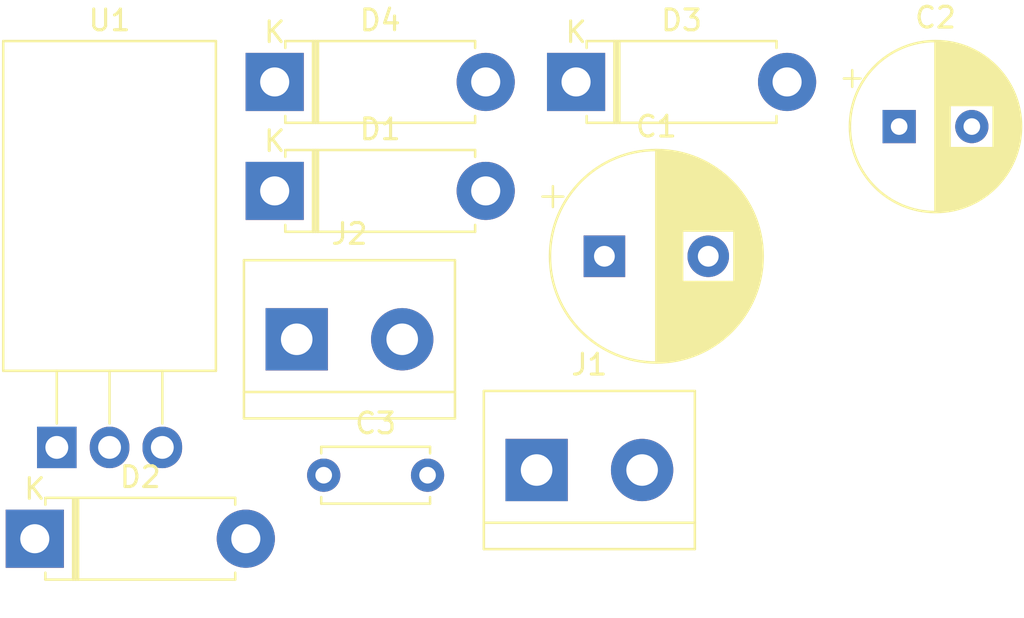
<source format=kicad_pcb>
(kicad_pcb (version 20211014) (generator pcbnew)
  (layers (0 "F.Cu" signal) (31 "B.Cu" signal) (34 "B.Paste" user) (35 "F.Paste" user) (36 "B.SilkS" user "B.Silkscreen") (37 "F.SilkS" user "F.Silkscreen") (38 "B.Mask" user) (39 "F.Mask" user) (44 "Edge.Cuts" user))
  (net 0 "")
  (net 1 "Net-(C1-Pad1)")
  (net 2 "Net-(C1-Pad2)")
  (net 3 "Net-(C2-Pad1)")
  (net 4 "Net-(D1-Pad2)")
  (net 5 "Net-(D3-Pad2)")
  (footprint "Capacitor_THT:CP_Radial_D10.0mm_P5.00mm" (layer "F.Cu") (at 144.78 78.74)
    (fp_text reference "C1" (at 2.5 -6.25) (layer "F.SilkS"))
    (fp_text value "C")
    (fp_line (start 6.421 -3.254) (end 6.421 3.254) (layer "F.SilkS") (width 0.12))
    (fp_line (start 5.221 1.241) (end 5.221 4.298) (layer "F.SilkS") (width 0.12))
    (fp_line (start 2.78 -5.073) (end 2.78 5.073) (layer "F.SilkS") (width 0.12))
    (fp_line (start 6.781 -2.77) (end 6.781 2.77) (layer "F.SilkS") (width 0.12))
    (fp_line (start 4.581 -4.639) (end 4.581 -1.241) (layer "F.SilkS") (width 0.12))
    (fp_line (start 3.221 -5.03) (end 3.221 5.03) (layer "F.SilkS") (width 0.12))
    (fp_line (start 2.54 -5.08) (end 2.54 5.08) (layer "F.SilkS") (width 0.12))
    (fp_line (start 5.261 1.241) (end 5.261 4.273) (layer "F.SilkS") (width 0.12))
    (fp_line (start 7.341 -1.63) (end 7.341 1.63) (layer "F.SilkS") (width 0.12))
    (fp_line (start 4.061 -4.837) (end 4.061 -1.241) (layer "F.SilkS") (width 0.12))
    (fp_line (start 5.861 -3.824) (end 5.861 -1.241) (layer "F.SilkS") (width 0.12))
    (fp_line (start 6.621 -3) (end 6.621 3) (layer "F.SilkS") (width 0.12))
    (fp_line (start 4.221 -4.783) (end 4.221 -1.241) (layer "F.SilkS") (width 0.12))
    (fp_line (start 7.061 -2.289) (end 7.061 2.289) (layer "F.SilkS") (width 0.12))
    (fp_line (start 6.061 1.241) (end 6.061 3.64) (layer "F.SilkS") (width 0.12))
    (fp_line (start 5.341 -4.221) (end 5.341 -1.241) (layer "F.SilkS") (width 0.12))
    (fp_line (start 3.461 -4.99) (end 3.461 4.99) (layer "F.SilkS") (width 0.12))
    (fp_line (start 6.701 -2.889) (end 6.701 2.889) (layer "F.SilkS") (width 0.12))
    (fp_line (start 2.62 -5.079) (end 2.62 5.079) (layer "F.SilkS") (width 0.12))
    (fp_line (start 6.501 -3.156) (end 6.501 3.156) (layer "F.SilkS") (width 0.12))
    (fp_line (start 2.86 -5.068) (end 2.86 5.068) (layer "F.SilkS") (width 0.12))
    (fp_line (start 4.421 -4.707) (end 4.421 -1.241) (layer "F.SilkS") (width 0.12))
    (fp_line (start 4.941 1.241) (end 4.941 4.462) (layer "F.SilkS") (width 0.12))
    (fp_line (start 4.541 -4.657) (end 4.541 -1.241) (layer "F.SilkS") (width 0.12))
    (fp_line (start 5.941 1.241) (end 5.941 3.753) (layer "F.SilkS") (width 0.12))
    (fp_line (start 4.301 1.241) (end 4.301 4.754) (layer "F.SilkS") (width 0.12))
    (fp_line (start 2.66 -5.078) (end 2.66 5.078) (layer "F.SilkS") (width 0.12))
    (fp_line (start 3.541 -4.974) (end 3.541 4.974) (layer "F.SilkS") (width 0.12))
    (fp_line (start 4.781 1.241) (end 4.781 4.545) (layer "F.SilkS") (width 0.12))
    (fp_line (start 4.341 1.241) (end 4.341 4.738) (layer "F.SilkS") (width 0.12))
    (fp_line (start 4.021 -4.85) (end 4.021 -1.241) (layer "F.SilkS") (width 0.12))
    (fp_line (start 2.98 -5.058) (end 2.98 5.058) (layer "F.SilkS") (width 0.12))
    (fp_line (start 6.021 1.241) (end 6.021 3.679) (layer "F.SilkS") (width 0.12))
    (fp_line (start 3.821 -4.907) (end 3.821 -1.241) (layer "F.SilkS") (width 0.12))
    (fp_line (start 6.581 -3.054) (end 6.581 3.054) (layer "F.SilkS") (width 0.12))
    (fp_line (start 4.701 1.241) (end 4.701 4.584) (layer "F.SilkS") (width 0.12))
    (fp_line (start 4.061 1.241) (end 4.061 4.837) (layer "F.SilkS") (width 0.12))
    (fp_line (start 6.661 -2.945) (end 6.661 2.945) (layer "F.SilkS") (width 0.12))
    (fp_line (start 4.661 1.241) (end 4.661 4.603) (layer "F.SilkS") (width 0.12))
    (fp_line (start 6.181 1.241) (end 6.181 3.52) (layer "F.SilkS") (width 0.12))
    (fp_line (start 4.501 1.241) (end 4.501 4.674) (layer "F.SilkS") (width 0.12))
    (fp_line (start 3.261 -5.024) (end 3.261 5.024) (layer "F.SilkS") (width 0.12))
    (fp_line (start 4.821 1.241) (end 4.821 4.525) (layer "F.SilkS") (width 0.12))
    (fp_line (start 4.741 -4.564) (end 4.741 -1.241) (layer "F.SilkS") (width 0.12))
    (fp_line (start 5.581 -4.05) (end 5.581 -1.241) (layer "F.SilkS") (width 0.12))
    (fp_line (start 3.941 1.241) (end 3.941 4.874) (layer "F.SilkS") (width 0.12))
    (fp_line (start 5.541 1.241) (end 5.541 4.08) (layer "F.SilkS") (width 0.12))
    (fp_line (start 5.101 -4.371) (end 5.101 -1.241) (layer "F.SilkS") (width 0.12))
    (fp_line (start 7.301 -1.742) (end 7.301 1.742) (layer "F.SilkS") (width 0.12))
    (fp_line (start 6.141 1.241) (end 6.141 3.561) (layer "F.SilkS") (width 0.12))
    (fp_line (start 3.02 -5.054) (end 3.02 5.054) (layer "F.SilkS") (width 0.12))
    (fp_line (start 6.981 -2.439) (end 6.981 2.439) (layer "F.SilkS") (width 0.12))
    (fp_line (start 4.861 -4.504) (end 4.861 -1.241) (layer "F.SilkS") (width 0.12))
    (fp_line (start 4.901 1.241) (end 4.901 4.483) (layer "F.SilkS") (width 0.12))
    (fp_line (start 6.541 -3.106) (end 6.541 3.106) (layer "F.SilkS") (width 0.12))
    (fp_line (start 5.661 1.241) (end 5.661 3.989) (layer "F.SilkS") (width 0.12))
    (fp_line (start 5.381 1.241) (end 5.381 4.194) (layer "F.SilkS") (width 0.12))
    (fp_line (start 4.541 1.241) (end 4.541 4.657) (layer "F.SilkS") (width 0.12))
    (fp_line (start 3.661 -4.947) (end 3.661 4.947) (layer "F.SilkS") (width 0.12))
    (fp_line (start 5.701 1.241) (end 5.701 3.957) (layer "F.SilkS") (width 0.12))
    (fp_line (start 2.9 -5.065) (end 2.9 5.065) (layer "F.SilkS") (width 0.12))
    (fp_line (start 5.621 -4.02) (end 5.621 -1.241) (layer "F.SilkS") (width 0.12))
    (fp_line (start 5.421 -4.166) (end 5.421 -1.241) (layer "F.SilkS") (width 0.12))
    (fp_line (start 3.381 -5.004) (end 3.381 5.004) (layer "F.SilkS") (width 0.12))
    (fp_line (start 4.501 -4.674) (end 4.501 -1.241) (layer "F.SilkS") (width 0.12))
    (fp_line (start 4.621 -4.621) (end 4.621 -1.241) (layer "F.SilkS") (width 0.12))
    (fp_line (start 5.501 1.241) (end 5.501 4.11) (layer "F.SilkS") (width 0.12))
    (fp_line (start 5.581 1.241) (end 5.581 4.05) (layer "F.SilkS") (width 0.12))
    (fp_line (start 6.101 -3.601) (end 6.101 -1.241) (layer "F.SilkS") (width 0.12))
    (fp_line (start 4.141 -4.811) (end 4.141 -1.241) (layer "F.SilkS") (width 0.12))
    (fp_line (start 6.061 -3.64) (end 6.061 -1.241) (layer "F.SilkS") (width 0.12))
    (fp_line (start 4.941 -4.462) (end 4.941 -1.241) (layer "F.SilkS") (width 0.12))
    (fp_line (start 3.741 -4.928) (end 3.741 4.928) (layer "F.SilkS") (width 0.12))
    (fp_line (start 5.341 1.241) (end 5.341 4.221) (layer "F.SilkS") (width 0.12))
    (fp_line (start 3.341 -5.011) (end 3.341 5.011) (layer "F.SilkS") (width 0.12))
    (fp_line (start 5.381 -4.194) (end 5.381 -1.241) (layer "F.SilkS") (width 0.12))
    (fp_line (start 5.941 -3.753) (end 5.941 -1.241) (layer "F.SilkS") (width 0.12))
    (fp_line (start 6.901 -2.579) (end 6.901 2.579) (layer "F.SilkS") (width 0.12))
    (fp_line (start 3.981 1.241) (end 3.981 4.862) (layer "F.SilkS") (width 0.12))
    (fp_line (start 3.18 -5.035) (end 3.18 5.035) (layer "F.SilkS") (width 0.12))
    (fp_line (start 6.101 1.241) (end 6.101 3.601) (layer "F.SilkS") (width 0.12))
    (fp_line (start 5.061 1.241) (end 5.061 4.395) (layer "F.SilkS") (width 0.12))
    (fp_line (start 5.181 -4.323) (end 5.181 -1.241) (layer "F.SilkS") (width 0.12))
    (fp_line (start 5.421 1.241) (end 5.421 4.166) (layer "F.SilkS") (width 0.12))
    (fp_line (start 7.261 -1.846) (end 7.261 1.846) (layer "F.SilkS") (width 0.12))
    (fp_line (start 5.981 -3.716) (end 5.981 -1.241) (layer "F.SilkS") (width 0.12))
    (fp_line (start 5.621 1.241) (end 5.621 4.02) (layer "F.SilkS") (width 0.12))
    (fp_line (start 5.901 -3.789) (end 5.901 -1.241) (layer "F.SilkS") (width 0.12))
    (fp_line (start 4.341 -4.738) (end 4.341 -1.241) (layer "F.SilkS") (width 0.12))
    (fp_line (start 3.861 -4.897) (end 3.861 -1.241) (layer "F.SilkS") (width 0.12))
    (fp_line (start 4.221 1.241) (end 4.221 4.783) (layer "F.SilkS") (width 0.12))
    (fp_line (start 3.901 1.241) (end 3.901 4.885) (layer "F.SilkS") (width 0.12))
    (fp_line (start 4.781 -4.545) (end 4.781 -1.241) (layer "F.SilkS") (width 0.12))
    (fp_line (start 5.461 1.241) (end 5.461 4.138) (layer "F.SilkS") (width 0.12))
    (fp_line (start 2.94 -5.062) (end 2.94 5.062) (layer "F.SilkS") (width 0.12))
    (fp_line (start 3.06 -5.05) (end 3.06 5.05) (layer "F.SilkS") (width 0.12))
    (fp_line (start 4.101 1.241) (end 4.101 4.824) (layer "F.SilkS") (width 0.12))
    (fp_line (start 4.141 1.241) (end 4.141 4.811) (layer "F.SilkS") (width 0.12))
    (fp_line (start 4.461 -4.69) (end 4.461 -1.241) (layer "F.SilkS") (width 0.12))
    (fp_line (start 7.541 -0.862) (end 7.541 0.862) (layer "F.SilkS") (width 0.12))
    (fp_line (start 5.141 -4.347) (end 5.141 -1.241) (layer "F.SilkS") (width 0.12))
    (fp_line (start 3.621 -4.956) (end 3.621 4.956) (layer "F.SilkS") (width 0.12))
    (fp_line (start 5.821 -3.858) (end 5.821 -1.241) (layer "F.SilkS") (width 0.12))
    (fp_line (start 5.101 1.241) (end 5.101 4.371) (layer "F.SilkS") (width 0.12))
    (fp_line (start 5.661 -3.989) (end 5.661 -1.241) (layer "F.SilkS") (width 0.12))
    (fp_line (start 5.741 1.241) (end 5.741 3.925) (layer "F.SilkS") (width 0.12))
    (fp_line (start 3.1 -5.045) (end 3.1 5.045) (layer "F.SilkS") (width 0.12))
    (fp_line (start 6.741 -2.83) (end 6.741 2.83) (layer "F.SilkS") (width 0.12))
    (fp_line (start 6.861 -2.645) (end 6.861 2.645) (layer "F.SilkS") (width 0.12))
    (fp_line (start 4.261 1.241) (end 4.261 4.768) (layer "F.SilkS") (width 0.12))
    (fp_line (start 7.101 -2.209) (end 7.101 2.209) (layer "F.SilkS") (width 0.12))
    (fp_line (start 3.421 -4.997) (end 3.421 4.997) (layer "F.SilkS") (width 0.12))
    (fp_line (start 4.901 -4.483) (end 4.901 -1.241) (layer "F.SilkS") (width 0.12))
    (fp_line (start 3.781 1.241) (end 3.781 4.918) (layer "F.SilkS") (width 0.12))
    (fp_line (start 4.981 -4.44) (end 4.981 -1.241) (layer "F.SilkS") (width 0.12))
    (fp_line (start 5.821 1.241) (end 5.821 3.858) (layer "F.SilkS") (width 0.12))
    (fp_line (start 3.14 -5.04) (end 3.14 5.04) (layer "F.SilkS") (width 0.12))
    (fp_line (start 7.501 -1.062) (end 7.501 1.062) (layer "F.SilkS") (width 0.12))
    (fp_line (start 4.021 1.241) (end 4.021 4.85) (layer "F.SilkS") (width 0.12))
    (fp_line (start 4.461 1.241) (end 4.461 4.69) (layer "F.SilkS") (width 0.12))
    (fp_line (start 7.461 -1.23) (end 7.461 1.23) (layer "F.SilkS") (width 0.12))
    (fp_line (start 4.741 1.241) (end 4.741 4.564) (layer "F.SilkS") (width 0.12))
    (fp_line (start 6.461 -3.206) (end 6.461 3.206) (layer "F.SilkS") (width 0.12))
    (fp_line (start 4.381 1.241) (end 4.381 4.723) (layer "F.SilkS") (width 0.12))
    (fp_line (start 4.181 1.241) (end 4.181 4.797) (layer "F.SilkS") (width 0.12))
    (fp_line (start 3.941 -4.874) (end 3.941 -1.241) (layer "F.SilkS") (width 0.12))
    (fp_line (start 2.58 -5.08) (end 2.58 5.08) (layer "F.SilkS") (width 0.12))
    (fp_line (start 5.501 -4.11) (end 5.501 -1.241) (layer "F.SilkS") (width 0.12))
    (fp_line (start -2.979646 -2.875) (end -1.979646 -2.875) (layer "F.SilkS") (width 0.12))
    (fp_line (start 7.381 -1.51) (end 7.381 1.51) (layer "F.SilkS") (width 0.12))
    (fp_line (start 3.701 -4.938) (end 3.701 4.938) (layer "F.SilkS") (width 0.12))
    (fp_line (start 4.101 -4.824) (end 4.101 -1.241) (layer "F.SilkS") (width 0.12))
    (fp_line (start 7.181 -2.037) (end 7.181 2.037) (layer "F.SilkS") (width 0.12))
    (fp_line (start 5.221 -4.298) (end 5.221 -1.241) (layer "F.SilkS") (width 0.12))
    (fp_line (start 5.061 -4.395) (end 5.061 -1.241) (layer "F.SilkS") (width 0.12))
    (fp_line (start 5.541 -4.08) (end 5.541 -1.241) (layer "F.SilkS") (width 0.12))
    (fp_line (start 7.021 -2.365) (end 7.021 2.365) (layer "F.SilkS") (width 0.12))
    (fp_line (start 5.141 1.241) (end 5.141 4.347) (layer "F.SilkS") (width 0.12))
    (fp_line (start 5.741 -3.925) (end 5.741 -1.241) (layer "F.SilkS") (width 0.12))
    (fp_line (start 3.981 -4.862) (end 3.981 -1.241) (layer "F.SilkS") (width 0.12))
    (fp_line (start 3.901 -4.885) (end 3.901 -1.241) (layer "F.SilkS") (width 0.12))
    (fp_line (start 6.381 -3.301) (end 6.381 3.301) (layer "F.SilkS") (width 0.12))
    (fp_line (start 4.181 -4.797) (end 4.181 -1.241) (layer "F.SilkS") (width 0.12))
    (fp_line (start 4.381 -4.723) (end 4.381 -1.241) (layer "F.SilkS") (width 0.12))
    (fp_line (start 5.781 -3.892) (end 5.781 -1.241) (layer "F.SilkS") (width 0.12))
    (fp_line (start 3.821 1.241) (end 3.821 4.907) (layer "F.SilkS") (width 0.12))
    (fp_line (start 6.141 -3.561) (end 6.141 -1.241) (layer "F.SilkS") (width 0.12))
    (fp_line (start 3.501 -4.982) (end 3.501 4.982) (layer "F.SilkS") (width 0.12))
    (fp_line (start 6.221 -3.478) (end 6.221 -1.241) (layer "F.SilkS") (width 0.12))
    (fp_line (start 6.221 1.241) (end 6.221 3.478) (layer "F.SilkS") (width 0.12))
    (fp_line (start 6.301 -3.392) (end 6.301 3.392) (layer "F.SilkS") (width 0.12))
    (fp_line (start 6.341 -3.347) (end 6.341 3.347) (layer "F.SilkS") (width 0.12))
    (fp_line (start 4.581 1.241) (end 4.581 4.639) (layer "F.SilkS") (width 0.12))
    (fp_line (start 5.981 1.241) (end 5.981 3.716) (layer "F.SilkS") (width 0.12))
    (fp_line (start 6.821 -2.709) (end 6.821 2.709) (layer "F.SilkS") (width 0.12))
    (fp_line (start 5.301 -4.247) (end 5.301 -1.241) (layer "F.SilkS") (width 0.12))
    (fp_line (start 6.261 -3.436) (end 6.261 3.436) (layer "F.SilkS") (width 0.12))
    (fp_line (start 5.861 1.241) (end 5.861 3.824) (layer "F.SilkS") (width 0.12))
    (fp_line (start 4.261 -4.768) (end 4.261 -1.241) (layer "F.SilkS") (width 0.12))
    (fp_line (start 4.421 1.241) (end 4.421 4.707) (layer "F.SilkS") (width 0.12))
    (fp_line (start 4.821 -4.525) (end 4.821 -1.241) (layer "F.SilkS") (width 0.12))
    (fp_line (start -2.479646 -3.375) (end -2.479646 -2.375) (layer "F.SilkS") (width 0.12))
    (fp_line (start 5.701 -3.957) (end 5.701 -1.241) (layer "F.SilkS") (width 0.12))
    (fp_line (start 2.82 -5.07) (end 2.82 5.07) (layer "F.SilkS") (width 0.12))
    (fp_line (start 7.221 -1.944) (end 7.221 1.944) (layer "F.SilkS") (width 0.12))
    (fp_line (start 7.141 -2.125) (end 7.141 2.125) (layer "F.SilkS") (width 0.12))
    (fp_line (start 5.461 -4.138) (end 5.461 -1.241) (layer "F.SilkS") (width 0.12))
    (fp_line (start 4.661 -4.603) (end 4.661 -1.241) (layer "F.SilkS") (width 0.12))
    (fp_line (start 5.901 1.241) (end 5.901 3.789) (layer "F.SilkS") (width 0.12))
    (fp_line (start 6.021 -3.679) (end 6.021 -1.241) (layer "F.SilkS") (width 0.12))
    (fp_line (start 3.581 -4.965) (end 3.581 4.965) (layer "F.SilkS") (width 0.12))
    (fp_line (start 3.861 1.241) (end 3.861 4.897) (layer "F.SilkS") (width 0.12))
    (fp_line (start 3.301 -5.018) (end 3.301 5.018) (layer "F.SilkS") (width 0.12))
    (fp_line (start 5.181 1.241) (end 5.181 4.323) (layer "F.SilkS") (width 0.12))
    (fp_line (start 4.981 1.241) (end 4.981 4.44) (layer "F.SilkS") (width 0.12))
    (fp_line (start 7.581 -0.599) (end 7.581 0.599) (layer "F.SilkS") (width 0.12))
    (fp_line (start 2.74 -5.075) (end 2.74 5.075) (layer "F.SilkS") (width 0.12))
    (fp_line (start 5.021 1.241) (end 5.021 4.417) (layer "F.SilkS") (width 0.12))
    (fp_line (start 2.5 -5.08) (end 2.5 5.08) (layer "F.SilkS") (width 0.12))
    (fp_line (start 3.781 -4.918) (end 3.781 -1.241) (layer "F.SilkS") (width 0.12))
    (fp_line (start 4.301 -4.754) (end 4.301 -1.241) (layer "F.SilkS") (width 0.12))
    (fp_line (start 4.861 1.241) (end 4.861 4.504) (layer "F.SilkS") (width 0.12))
    (fp_line (start 6.941 -2.51) (end 6.941 2.51) (layer "F.SilkS") (width 0.12))
    (fp_line (start 6.181 -3.52) (end 6.181 -1.241) (layer "F.SilkS") (width 0.12))
    (fp_line (start 5.301 1.241) (end 5.301 4.247) (layer "F.SilkS") (width 0.12))
    (fp_line (start 5.261 -4.273) (end 5.261 -1.241) (layer "F.SilkS") (width 0.12))
    (fp_line (start 5.021 -4.417) (end 5.021 -1.241) (layer "F.SilkS") (width 0.12))
    (fp_line (start 5.781 1.241) (end 5.781 3.892) (layer "F.SilkS") (width 0.12))
    (fp_line (start 7.421 -1.378) (end 7.421 1.378) (layer "F.SilkS") (width 0.12))
    (fp_line (start 4.621 1.241) (end 4.621 4.621) (layer "F.SilkS") (width 0.12))
    (fp_line (start 2.7 -5.077) (end 2.7 5.077) (layer "F.SilkS") (width 0.12))
    (fp_line (start 4.701 -4.584) (end 4.701 -1.241) (layer "F.SilkS") (width 0.12))
    (fp_circle (center 2.5 0) (end 7.62 0) (layer "F.SilkS") (width 0.12) (fill none))
    (pad "1" thru_hole rect (at 0 0) (size 2 2) (drill 1) (layers *.Cu *.Mask) (net 1 "Net-(C1-Pad1)"))
    (pad "2" thru_hole circle (at 5 0) (size 2 2) (drill 1) (layers *.Cu *.Mask) (net 2 "Net-(C1-Pad2)"))
  )
  (footprint "Diode_THT:D_5W_P10.16mm_Horizontal" (layer "F.Cu") (at 128.905354 70.34)
    (fp_text reference "D4" (at 5.08 -2.97) (layer "F.SilkS"))
    (fp_text value "D")
    (fp_text user "K" (at 0 -2.4) (layer "F.SilkS"))
    (fp_line (start 0.51 -1.64) (end 0.51 -1.97) (layer "F.SilkS") (width 0.12))
    (fp_line (start 0.51 1.64) (end 0.51 1.97) (layer "F.SilkS") (width 0.12))
    (fp_line (start 2.085 -1.97) (end 2.085 1.97) (layer "F.SilkS") (width 0.12))
    (fp_line (start 1.965 -1.97) (end 1.965 1.97) (layer "F.SilkS") (width 0.12))
    (fp_line (start 9.65 1.97) (end 9.65 1.64) (layer "F.SilkS") (width 0.12))
    (fp_line (start 0.51 -1.97) (end 9.65 -1.97) (layer "F.SilkS") (width 0.12))
    (fp_line (start 1.845 -1.97) (end 1.845 1.97) (layer "F.SilkS") (width 0.12))
    (fp_line (start 0.51 1.97) (end 9.65 1.97) (layer "F.SilkS") (width 0.12))
    (fp_line (start 9.65 -1.97) (end 9.65 -1.64) (layer "F.SilkS") (width 0.12))
    (pad "1" thru_hole rect (at 0 0) (size 2.8 2.8) (drill 1.4) (layers *.Cu *.Mask) (net 5 "Net-(D3-Pad2)"))
    (pad "2" thru_hole oval (at 10.16 0) (size 2.8 2.8) (drill 1.4) (layers *.Cu *.Mask) (net 2 "Net-(C1-Pad2)"))
  )
  (footprint "Capacitor_THT:C_Disc_D5.0mm_W2.5mm_P5.00mm" (layer "F.Cu") (at 131.265354 89.29)
    (fp_text reference "C3" (at 2.5 -2.5) (layer "F.SilkS"))
    (fp_text value "C")
    (fp_line (start -0.12 -1.37) (end -0.12 -1.055) (layer "F.SilkS") (width 0.12))
    (fp_line (start -0.12 1.37) (end 5.12 1.37) (layer "F.SilkS") (width 0.12))
    (fp_line (start -0.12 -1.37) (end 5.12 -1.37) (layer "F.SilkS") (width 0.12))
    (fp_line (start 5.12 1.055) (end 5.12 1.37) (layer "F.SilkS") (width 0.12))
    (fp_line (start -0.12 1.055) (end -0.12 1.37) (layer "F.SilkS") (width 0.12))
    (fp_line (start 5.12 -1.37) (end 5.12 -1.055) (layer "F.SilkS") (width 0.12))
    (pad "1" thru_hole circle (at 0 0) (size 1.6 1.6) (drill 0.8) (layers *.Cu *.Mask) (net 3 "Net-(C2-Pad1)"))
    (pad "2" thru_hole circle (at 5 0) (size 1.6 1.6) (drill 0.8) (layers *.Cu *.Mask) (net 2 "Net-(C1-Pad2)"))
  )
  (footprint "TerminalBlock:TerminalBlock_bornier-2_P5.08mm" (layer "F.Cu") (at 141.515354 89.04)
    (fp_text reference "J1" (at 2.54 -5.08) (layer "F.SilkS"))
    (fp_text value "Conn_01x02_Male")
    (fp_line (start -2.54 3.81) (end 7.62 3.81) (layer "F.SilkS") (width 0.12))
    (fp_line (start 7.62 3.81) (end 7.62 -3.81) (layer "F.SilkS") (width 0.12))
    (fp_line (start 7.62 2.54) (end -2.54 2.54) (layer "F.SilkS") (width 0.12))
    (fp_line (start -2.54 -3.81) (end -2.54 3.81) (layer "F.SilkS") (width 0.12))
    (fp_line (start 7.62 -3.81) (end -2.54 -3.81) (layer "F.SilkS") (width 0.12))
    (pad "1" thru_hole rect (at 0 0) (size 3 3) (drill 1.52) (layers *.Cu *.Mask) (net 4 "Net-(D1-Pad2)"))
    (pad "2" thru_hole circle (at 5.08 0) (size 3 3) (drill 1.52) (layers *.Cu *.Mask) (net 5 "Net-(D3-Pad2)"))
  )
  (footprint "Diode_THT:D_5W_P10.16mm_Horizontal" (layer "F.Cu") (at 128.905354 75.59)
    (fp_text reference "D1" (at 5.08 -2.97) (layer "F.SilkS"))
    (fp_text value "D")
    (fp_text user "K" (at 0 -2.4) (layer "F.SilkS"))
    (fp_line (start 0.51 -1.97) (end 9.65 -1.97) (layer "F.SilkS") (width 0.12))
    (fp_line (start 1.965 -1.97) (end 1.965 1.97) (layer "F.SilkS") (width 0.12))
    (fp_line (start 1.845 -1.97) (end 1.845 1.97) (layer "F.SilkS") (width 0.12))
    (fp_line (start 0.51 -1.64) (end 0.51 -1.97) (layer "F.SilkS") (width 0.12))
    (fp_line (start 9.65 -1.97) (end 9.65 -1.64) (layer "F.SilkS") (width 0.12))
    (fp_line (start 0.51 1.64) (end 0.51 1.97) (layer "F.SilkS") (width 0.12))
    (fp_line (start 2.085 -1.97) (end 2.085 1.97) (layer "F.SilkS") (width 0.12))
    (fp_line (start 9.65 1.97) (end 9.65 1.64) (layer "F.SilkS") (width 0.12))
    (fp_line (start 0.51 1.97) (end 9.65 1.97) (layer "F.SilkS") (width 0.12))
    (pad "1" thru_hole rect (at 0 0) (size 2.8 2.8) (drill 1.4) (layers *.Cu *.Mask) (net 1 "Net-(C1-Pad1)"))
    (pad "2" thru_hole oval (at 10.16 0) (size 2.8 2.8) (drill 1.4) (layers *.Cu *.Mask) (net 4 "Net-(D1-Pad2)"))
  )
  (footprint "Capacitor_THT:CP_Radial_D8.0mm_P3.50mm" (layer "F.Cu") (at 158.970052 72.49)
    (fp_text reference "C2" (at 1.75 -5.25) (layer "F.SilkS"))
    (fp_text value "C")
    (fp_line (start 4.191 1.04) (end 4.191 3.28) (layer "F.SilkS") (width 0.12))
    (fp_line (start 3.231 1.04) (end 3.231 3.805) (layer "F.SilkS") (width 0.12))
    (fp_line (start 3.111 1.04) (end 3.111 3.85) (layer "F.SilkS") (width 0.12))
    (fp_line (start 3.791 1.04) (end 3.791 3.54) (layer "F.SilkS") (width 0.12))
    (fp_line (start 2.471 -4.017) (end 2.471 -1.04) (layer "F.SilkS") (width 0.12))
    (fp_line (start 4.471 -3.055) (end 4.471 -1.04) (layer "F.SilkS") (width 0.12))
    (fp_line (start 3.871 1.04) (end 3.871 3.493) (layer "F.SilkS") (width 0.12))
    (fp_line (start 4.991 -2.505) (end 4.991 2.505) (layer "F.SilkS") (width 0.12))
    (fp_line (start 2.551 1.04) (end 2.551 4.002) (layer "F.SilkS") (width 0.12))
    (fp_line (start 4.151 1.04) (end 4.151 3.309) (layer "F.SilkS") (width 0.12))
    (fp_line (start 1.87 -4.079) (end 1.87 4.079) (layer "F.SilkS") (width 0.12))
    (fp_line (start 4.271 1.04) (end 4.271 3.22) (layer "F.SilkS") (width 0.12))
    (fp_line (start 3.711 1.04) (end 3.711 3.584) (layer "F.SilkS") (width 0.12))
    (fp_line (start 3.151 1.04) (end 3.151 3.835) (layer "F.SilkS") (width 0.12))
    (fp_line (start 3.631 -3.627) (end 3.631 -1.04) (layer "F.SilkS") (width 0.12))
    (fp_line (start 4.911 -2.604) (end 4.911 2.604) (layer "F.SilkS") (width 0.12))
    (fp_line (start 4.151 -3.309) (end 4.151 -1.04) (layer "F.SilkS") (width 0.12))
    (fp_line (start 4.271 -3.22) (end 4.271 -1.04) (layer "F.SilkS") (width 0.12))
    (fp_line (start 2.591 1.04) (end 2.591 3.994) (layer "F.SilkS") (width 0.12))
    (fp_line (start 5.551 -1.552) (end 5.551 1.552) (layer "F.SilkS") (width 0.12))
    (fp_line (start 5.791 -0.768) (end 5.791 0.768) (layer "F.SilkS") (width 0.12))
    (fp_line (start 4.111 1.04) (end 4.111 3.338) (layer "F.SilkS") (width 0.12))
    (fp_line (start 1.83 -4.08) (end 1.83 4.08) (layer "F.SilkS") (width 0.12))
    (fp_line (start 2.19 -4.057) (end 2.19 4.057) (layer "F.SilkS") (width 0.12))
    (fp_line (start 5.191 -2.228) (end 5.191 2.228) (layer "F.SilkS") (width 0.12))
    (fp_line (start 4.551 -2.983) (end 4.551 2.983) (layer "F.SilkS") (width 0.12))
    (fp_line (start 4.871 -2.651) (end 4.871 2.651) (layer "F.SilkS") (width 0.12))
    (fp_line (start 2.15 -4.061) (end 2.15 4.061) (layer "F.SilkS") (width 0.12))
    (fp_line (start 2.43 -4.024) (end 2.43 4.024) (layer "F.SilkS") (width 0.12))
    (fp_line (start 2.07 -4.068) (end 2.07 4.068) (layer "F.SilkS") (width 0.12))
    (fp_line (start 4.751 -2.784) (end 4.751 2.784) (layer "F.SilkS") (width 0.12))
    (fp_line (start 2.591 -3.994) (end 2.591 -1.04) (layer "F.SilkS") (width 0.12))
    (fp_line (start 4.591 -2.945) (end 4.591 2.945) (layer "F.SilkS") (width 0.12))
    (fp_line (start 5.351 -1.964) (end 5.351 1.964) (layer "F.SilkS") (width 0.12))
    (fp_line (start 2.911 1.04) (end 2.911 3.914) (layer "F.SilkS") (width 0.12))
    (fp_line (start 4.311 1.04) (end 4.311 3.189) (layer "F.SilkS") (width 0.12))
    (fp_line (start 3.751 1.04) (end 3.751 3.562) (layer "F.SilkS") (width 0.12))
    (fp_line (start 3.271 1.04) (end 3.271 3.79) (layer "F.SilkS") (width 0.12))
    (fp_line (start 4.351 -3.156) (end 4.351 -1.04) (layer "F.SilkS") (width 0.12))
    (fp_line (start 3.631 1.04) (end 3.631 3.627) (layer "F.SilkS") (width 0.12))
    (fp_line (start 4.031 1.04) (end 4.031 3.392) (layer "F.SilkS") (width 0.12))
    (fp_line (start 3.231 -3.805) (end 3.231 -1.04) (layer "F.SilkS") (width 0.12))
    (fp_line (start 5.671 -1.229) (end 5.671 1.229) (layer "F.SilkS") (width 0.12))
    (fp_line (start 4.351 1.04) (end 4.351 3.156) (layer "F.SilkS") (width 0.12))
    (fp_line (start 5.071 -2.4) (end 5.071 2.4) (layer "F.SilkS") (width 0.12))
    (fp_line (start 3.671 -3.606) (end 3.671 -1.04) (layer "F.SilkS") (width 0.12))
    (fp_line (start 3.911 -3.469) (end 3.911 -1.04) (layer "F.SilkS") (width 0.12))
    (fp_line (start 1.99 -4.074) (end 1.99 4.074) (layer "F.SilkS") (width 0.12))
    (fp_line (start 4.231 -3.25) (end 4.231 -1.04) (layer "F.SilkS") (width 0.12))
    (fp_line (start 4.071 -3.365) (end 4.071 -1.04) (layer "F.SilkS") (width 0.12))
    (fp_line (start 5.311 -2.034) (end 5.311 2.034) (layer "F.SilkS") (width 0.12))
    (fp_line (start 2.791 1.04) (end 2.791 3.947) (layer "F.SilkS") (width 0.12))
    (fp_line (start 3.391 1.04) (end 3.391 3.74) (layer "F.SilkS") (width 0.12))
    (fp_line (start 2.711 -3.967) (end 2.711 -1.04) (layer "F.SilkS") (width 0.12))
    (fp_line (start 4.511 1.04) (end 4.511 3.019) (layer "F.SilkS") (width 0.12))
    (fp_line (start 2.791 -3.947) (end 2.791 -1.04) (layer "F.SilkS") (width 0.12))
    (fp_line (start 4.391 -3.124) (end 4.391 -1.04) (layer "F.SilkS") (width 0.12))
    (fp_line (start 2.39 -4.03) (end 2.39 4.03) (layer "F.SilkS") (width 0.12))
    (fp_line (start 3.991 1.04) (end 3.991 3.418) (layer "F.SilkS") (width 0.12))
    (fp_line (start 3.911 1.04) (end 3.911 3.469) (layer "F.SilkS") (width 0.12))
    (fp_line (start 3.511 1.04) (end 3.511 3.686) (layer "F.SilkS") (width 0.12))
    (fp_line (start 2.991 -3.889) (end 2.991 -1.04) (layer "F.SilkS") (width 0.12))
    (fp_line (start 2.31 -4.042) (end 2.31 4.042) (layer "F.SilkS") (width 0.12))
    (fp_line (start 3.591 -3.647) (end 3.591 -1.04) (layer "F.SilkS") (width 0.12))
    (fp_line (start -2.259698 -2.715) (end -2.259698 -1.915) (layer "F.SilkS") (width 0.12))
    (fp_line (start 3.351 -3.757) (end 3.351 -1.04) (layer "F.SilkS") (width 0.12))
    (fp_line (start 2.551 -4.002) (end 2.551 -1.04) (layer "F.SilkS") (width 0.12))
    (fp_line (start 3.551 -3.666) (end 3.551 -1.04) (layer "F.SilkS") (width 0.12))
    (fp_line (start 4.111 -3.338) (end 4.111 -1.04) (layer "F.SilkS") (width 0.12))
    (fp_line (start 3.031 -3.877) (end 3.031 -1.04) (layer "F.SilkS") (width 0.12))
    (fp_line (start 4.311 -3.189) (end 4.311 -1.04) (layer "F.SilkS") (width 0.12))
    (fp_line (start 3.031 1.04) (end 3.031 3.877) (layer "F.SilkS") (width 0.12))
    (fp_line (start 2.23 -4.052) (end 2.23 4.052) (layer "F.SilkS") (width 0.12))
    (fp_line (start 5.231 -2.166) (end 5.231 2.166) (layer "F.SilkS") (width 0.12))
    (fp_line (start 4.191 -3.28) (end 4.191 -1.04) (layer "F.SilkS") (width 0.12))
    (fp_line (start 4.471 1.04) (end 4.471 3.055) (layer "F.SilkS") (width 0.12))
    (fp_line (start 3.311 1.04) (end 3.311 3.774) (layer "F.SilkS") (width 0.12))
    (fp_line (start 4.431 -3.09) (end 4.431 -1.04) (layer "F.SilkS") (width 0.12))
    (fp_line (start 5.631 -1.346) (end 5.631 1.346) (layer "F.SilkS") (width 0.12))
    (fp_line (start 1.91 -4.077) (end 1.91 4.077) (layer "F.SilkS") (width 0.12))
    (fp_line (start 5.511 -1.645) (end 5.511 1.645) (layer "F.SilkS") (width 0.12))
    (fp_line (start 2.751 1.04) (end 2.751 3.957) (layer "F.SilkS") (width 0.12))
    (fp_line (start 5.751 -0.948) (end 5.751 0.948) (layer "F.SilkS") (width 0.12))
    (fp_line (start 3.311 -3.774) (end 3.311 -1.04) (layer "F.SilkS") (width 0.12))
    (fp_line (start 4.391 1.04) (end 4.391 3.124) (layer "F.SilkS") (width 0.12))
    (fp_line (start 5.031 -2.454) (end 5.031 2.454) (layer "F.SilkS") (width 0.12))
    (fp_line (start 2.711 1.04) (end 2.711 3.967) (layer "F.SilkS") (width 0.12))
    (fp_line (start 3.151 -3.835) (end 3.151 -1.04) (layer "F.SilkS") (width 0.12))
    (fp_line (start 2.671 -3.976) (end 2.671 -1.04) (layer "F.SilkS") (width 0.12))
    (fp_line (start 2.751 -3.957) (end 2.751 -1.04) (layer "F.SilkS") (width 0.12))
    (fp_line (start 3.511 -3.686) (end 3.511 -1.04) (layer "F.SilkS") (width 0.12))
    (fp_line (start 4.671 -2.867) (end 4.671 2.867) (layer "F.SilkS") (width 0.12))
    (fp_line (start 3.671 1.04) (end 3.671 3.606) (layer "F.SilkS") (width 0.12))
    (fp_line (start -2.659698 -2.315) (end -1.859698 -2.315) (layer "F.SilkS") (width 0.12))
    (fp_line (start 1.79 -4.08) (end 1.79 4.08) (layer "F.SilkS") (width 0.12))
    (fp_line (start 3.831 1.04) (end 3.831 3.517) (layer "F.SilkS") (width 0.12))
    (fp_line (start 3.551 1.04) (end 3.551 3.666) (layer "F.SilkS") (width 0.12))
    (fp_line (start 4.071 1.04) (end 4.071 3.365) (layer "F.SilkS") (width 0.12))
    (fp_line (start 3.191 -3.821) (end 3.191 -1.04) (layer "F.SilkS") (width 0.12))
    (fp_line (start 2.871 -3.925) (end 2.871 -1.04) (layer "F.SilkS") (width 0.12))
    (fp_line (start 1.75 -4.08) (end 1.75 4.08) (layer "F.SilkS") (width 0.12))
    (fp_line (start 5.391 -1.89) (end 5.391 1.89) (layer "F.SilkS") (width 0.12))
    (fp_line (start 3.951 -3.444) (end 3.951 -1.04) (layer "F.SilkS") (width 0.12))
    (fp_line (start 4.831 -2.697) (end 4.831 2.697) (layer "F.SilkS") (width 0.12))
    (fp_line (start 3.871 -3.493) (end 3.871 -1.04) (layer "F.SilkS") (width 0.12))
    (fp_line (start 3.791 -3.54) (end 3.791 -1.04) (layer "F.SilkS") (width 0.12))
    (fp_line (start 2.03 -4.071) (end 2.03 4.071) (layer "F.SilkS") (width 0.12))
    (fp_line (start 4.951 -2.556) (end 4.951 2.556) (layer "F.SilkS") (width 0.12))
    (fp_line (start 2.631 1.04) (end 2.631 3.985) (layer "F.SilkS") (width 0.12))
    (fp_line (start 1.95 -4.076) (end 1.95 4.076) (layer "F.SilkS") (width 0.12))
    (fp_line (start 5.591 -1.453) (end 5.591 1.453) (layer "F.SilkS") (width 0.12))
    (fp_line (start 5.831 -0.533) (end 5.831 0.533) (layer "F.SilkS") (width 0.12))
    (fp_line (start 2.27 -4.048) (end 2.27 4.048) (layer "F.SilkS") (width 0.12))
    (fp_line (start 4.031 -3.392) (end 4.031 -1.04) (layer "F.SilkS") (width 0.12))
    (fp_line (start 5.271 -2.102) (end 5.271 2.102) (layer "F.SilkS") (width 0.12))
    (fp_line (start 3.271 -3.79) (end 3.271 -1.04) (layer "F.SilkS") (width 0.12))
    (fp_line (start 2.951 -3.902) (end 2.951 -1.04) (layer "F.SilkS") (width 0.12))
    (fp_line (start 5.711 -1.098) (end 5.711 1.098) (layer "F.SilkS") (width 0.12))
    (fp_line (start 2.631 -3.985) (end 2.631 -1.04) (layer "F.SilkS") (width 0.12))
    (fp_line (start 5.111 -2.345) (end 5.111 2.345) (layer "F.SilkS") (width 0.12))
    (fp_line (start 3.111 -3.85) (end 3.111 -1.04) (layer "F.SilkS") (width 0.12))
    (fp_line (start 3.431 1.04) (end 3.431 3.722) (layer "F.SilkS") (width 0.12))
    (fp_line (start 3.591 1.04) (end 3.591 3.647) (layer "F.SilkS") (width 0.12))
    (fp_line (start 3.351 1.04) (end 3.351 3.757) (layer "F.SilkS") (width 0.12))
    (fp_line (start 2.991 1.04) (end 2.991 3.889) (layer "F.SilkS") (width 0.12))
    (fp_line (start 2.471 1.04) (end 2.471 4.017) (layer "F.SilkS") (width 0.12))
    (fp_line (start 2.11 -4.065) (end 2.11 4.065) (layer "F.SilkS") (width 0.12))
    (fp_line (start 5.151 -2.287) (end 5.151 2.287) (layer "F.SilkS") (width 0.12))
    (fp_line (start 3.071 1.04) (end 3.071 3.863) (layer "F.SilkS") (width 0.12))
    (fp_line (start 5.471 -1.731) (end 5.471 1.731) (layer "F.SilkS") (width 0.12))
    (fp_line (start 2.871 1.04) (end 2.871 3.925) (layer "F.SilkS") (width 0.12))
    (fp_line (start 3.991 -3.418) (end 3.991 -1.04) (layer "F.SilkS") (width 0.12))
    (fp_line (start 2.911 -3.914) (end 2.911 -1.04) (layer "F.SilkS") (width 0.12))
    (fp_line (start 4.631 -2.907) (end 4.631 2.907) (layer "F.SilkS") (width 0.12))
    (fp_line (start 2.951 1.04) (end 2.951 3.902) (layer "F.SilkS") (width 0.12))
    (fp_line (start 4.231 1.04) (end 4.231 3.25) (layer "F.SilkS") (width 0.12))
    (fp_line (start 4.431 1.04) (end 4.431 3.09) (layer "F.SilkS") (width 0.12))
    (fp_line (start 5.431 -1.813) (end 5.431 1.813) (layer "F.SilkS") (width 0.12))
    (fp_line (start 4.511 -3.019) (end 4.511 -1.04) (layer "F.SilkS") (width 0.12))
    (fp_line (start 3.751 -3.562) (end 3.751 -1.04) (layer "F.SilkS") (width 0.12))
    (fp_line (start 3.471 -3.704) (end 3.471 -1.04) (layer "F.SilkS") (width 0.12))
    (fp_line (start 3.471 1.04) (end 3.471 3.704) (layer "F.SilkS") (width 0.12))
    (fp_line (start 3.071 -3.863) (end 3.071 -1.04) (layer "F.SilkS") (width 0.12))
    (fp_line (start 3.951 1.04) (end 3.951 3.444) (layer "F.SilkS") (width 0.12))
    (fp_line (start 2.511 1.04) (end 2.511 4.01) (layer "F.SilkS") (width 0.12))
    (fp_line (start 3.431 -3.722) (end 3.431 -1.04) (layer "F.SilkS") (width 0.12))
    (fp_line (start 3.191 1.04) (end 3.191 3.821) (layer "F.SilkS") (width 0.12))
    (fp_line (start 3.711 -3.584) (end 3.711 -1.04) (layer "F.SilkS") (width 0.12))
    (fp_line (start 2.671 1.04) (end 2.671 3.976) (layer "F.SilkS") (width 0.12))
    (fp_line (start 3.391 -3.74) (end 3.391 -1.04) (layer "F.SilkS") (width 0.12))
    (fp_line (start 3.831 -3.517) (end 3.831 -1.04) (layer "F.SilkS") (width 0.12))
    (fp_line (start 2.831 1.04) (end 2.831 3.936) (layer "F.SilkS") (width 0.12))
    (fp_line (start 2.511 -4.01) (end 2.511 -1.04) (layer "F.SilkS") (width 0.12))
    (fp_line (start 2.831 -3.936) (end 2.831 -1.04) (layer "F.SilkS") (width 0.12))
    (fp_line (start 4.711 -2.826) (end 4.711 2.826) (layer "F.SilkS") (width 0.12))
    (fp_line (start 4.791 -2.741) (end 4.791 2.741) (layer "F.SilkS") (width 0.12))
    (fp_line (start 2.35 -4.037) (end 2.35 4.037) (layer "F.SilkS") (width 0.12))
    (fp_circle (center 1.75 0) (end 5.87 0) (layer "F.SilkS") (width 0.12) (fill none))
    (pad "1" thru_hole rect (at 0 0) (size 1.6 1.6) (drill 0.8) (layers *.Cu *.Mask) (net 3 "Net-(C2-Pad1)"))
    (pad "2" thru_hole circle (at 3.5 0) (size 1.6 1.6) (drill 0.8) (layers *.Cu *.Mask) (net 2 "Net-(C1-Pad2)"))
  )
  (footprint "Diode_THT:D_5W_P10.16mm_Horizontal" (layer "F.Cu") (at 117.355354 92.35)
    (fp_text reference "D2" (at 5.08 -2.97) (layer "F.SilkS"))
    (fp_text value "D")
    (fp_text user "K" (at 0 -2.4) (layer "F.SilkS"))
    (fp_line (start 0.51 -1.64) (end 0.51 -1.97) (layer "F.SilkS") (width 0.12))
    (fp_line (start 2.085 -1.97) (end 2.085 1.97) (layer "F.SilkS") (width 0.12))
    (fp_line (start 9.65 1.97) (end 9.65 1.64) (layer "F.SilkS") (width 0.12))
    (fp_line (start 9.65 -1.97) (end 9.65 -1.64) (layer "F.SilkS") (width 0.12))
    (fp_line (start 0.51 1.97) (end 9.65 1.97) (layer "F.SilkS") (width 0.12))
    (fp_line (start 1.965 -1.97) (end 1.965 1.97) (layer "F.SilkS") (width 0.12))
    (fp_line (start 1.845 -1.97) (end 1.845 1.97) (layer "F.SilkS") (width 0.12))
    (fp_line (start 0.51 -1.97) (end 9.65 -1.97) (layer "F.SilkS") (width 0.12))
    (fp_line (start 0.51 1.64) (end 0.51 1.97) (layer "F.SilkS") (width 0.12))
    (pad "1" thru_hole rect (at 0 0) (size 2.8 2.8) (drill 1.4) (layers *.Cu *.Mask) (net 4 "Net-(D1-Pad2)"))
    (pad "2" thru_hole oval (at 10.16 0) (size 2.8 2.8) (drill 1.4) (layers *.Cu *.Mask) (net 2 "Net-(C1-Pad2)"))
  )
  (footprint "Package_TO_SOT_THT:TO-220-3_Horizontal_TabDown" (layer "F.Cu") (at 118.415354 87.95)
    (fp_text reference "U1" (at 2.54 -20.58) (layer "F.SilkS"))
    (fp_text value "L7805")
    (fp_line (start -2.58 -19.58) (end -2.58 -3.69) (layer "F.SilkS") (width 0.12))
    (fp_line (start -2.58 -19.58) (end 7.66 -19.58) (layer "F.SilkS") (width 0.12))
    (fp_line (start -2.58 -3.69) (end 7.66 -3.69) (layer "F.SilkS") (width 0.12))
    (fp_line (start 7.66 -19.58) (end 7.66 -3.69) (layer "F.SilkS") (width 0.12))
    (fp_line (start 2.54 -3.69) (end 2.54 -1.15) (layer "F.SilkS") (width 0.12))
    (fp_line (start 0 -3.69) (end 0 -1.15) (layer "F.SilkS") (width 0.12))
    (fp_line (start 5.08 -3.69) (end 5.08 -1.15) (layer "F.SilkS") (width 0.12))
    (pad "" np_thru_hole oval (at 2.54 -16.66) (size 3.5 3.5) (drill 3.5) (layers *.Cu *.Mask))
    (pad "1" thru_hole rect (at 0 0) (size 1.905 2) (drill 1.1) (layers *.Cu *.Mask) (net 1 "Net-(C1-Pad1)"))
    (pad "2" thru_hole oval (at 2.54 0) (size 1.905 2) (drill 1.1) (layers *.Cu *.Mask))
    (pad "3" thru_hole oval (at 5.08 0) (size 1.905 2) (drill 1.1) (layers *.Cu *.Mask) (net 3 "Net-(C2-Pad1)"))
  )
  (footprint "Diode_THT:D_5W_P10.16mm_Horizontal" (layer "F.Cu") (at 143.415354 70.34)
    (fp_text reference "D3" (at 5.08 -2.97) (layer "F.SilkS"))
    (fp_text value "D")
    (fp_text user "K" (at 0 -2.4) (layer "F.SilkS"))
    (fp_line (start 0.51 1.97) (end 9.65 1.97) (layer "F.SilkS") (width 0.12))
    (fp_line (start 1.845 -1.97) (end 1.845 1.97) (layer "F.SilkS") (width 0.12))
    (fp_line (start 9.65 -1.97) (end 9.65 -1.64) (layer "F.SilkS") (width 0.12))
    (fp_line (start 1.965 -1.97) (end 1.965 1.97) (layer "F.SilkS") (width 0.12))
    (fp_line (start 0.51 -1.64) (end 0.51 -1.97) (layer "F.SilkS") (width 0.12))
    (fp_line (start 2.085 -1.97) (end 2.085 1.97) (layer "F.SilkS") (width 0.12))
    (fp_line (start 9.65 1.97) (end 9.65 1.64) (layer "F.SilkS") (width 0.12))
    (fp_line (start 0.51 1.64) (end 0.51 1.97) (layer "F.SilkS") (width 0.12))
    (fp_line (start 0.51 -1.97) (end 9.65 -1.97) (layer "F.SilkS") (width 0.12))
    (pad "1" thru_hole rect (at 0 0) (size 2.8 2.8) (drill 1.4) (layers *.Cu *.Mask) (net 1 "Net-(C1-Pad1)"))
    (pad "2" thru_hole oval (at 10.16 0) (size 2.8 2.8) (drill 1.4) (layers *.Cu *.Mask) (net 5 "Net-(D3-Pad2)"))
  )
  (footprint "TerminalBlock:TerminalBlock_bornier-2_P5.08mm" (layer "F.Cu") (at 129.965354 82.74)
    (fp_text reference "J2" (at 2.54 -5.08) (layer "F.SilkS"))
    (fp_text value "Conn_01x02_Male")
    (fp_line (start 7.62 3.81) (end 7.62 -3.81) (layer "F.SilkS") (width 0.12))
    (fp_line (start 7.62 2.54) (end -2.54 2.54) (layer "F.SilkS") (width 0.12))
    (fp_line (start -2.54 3.81) (end 7.62 3.81) (layer "F.SilkS") (width 0.12))
    (fp_line (start -2.54 -3.81) (end -2.54 3.81) (layer "F.SilkS") (width 0.12))
    (fp_line (start 7.62 -3.81) (end -2.54 -3.81) (layer "F.SilkS") (width 0.12))
    (pad "1" thru_hole rect (at 0 0) (size 3 3) (drill 1.52) (layers *.Cu *.Mask) (net 2 "Net-(C1-Pad2)"))
    (pad "2" thru_hole circle (at 5.08 0) (size 3 3) (drill 1.52) (layers *.Cu *.Mask) (net 3 "Net-(C2-Pad1)"))
  )
)
</source>
